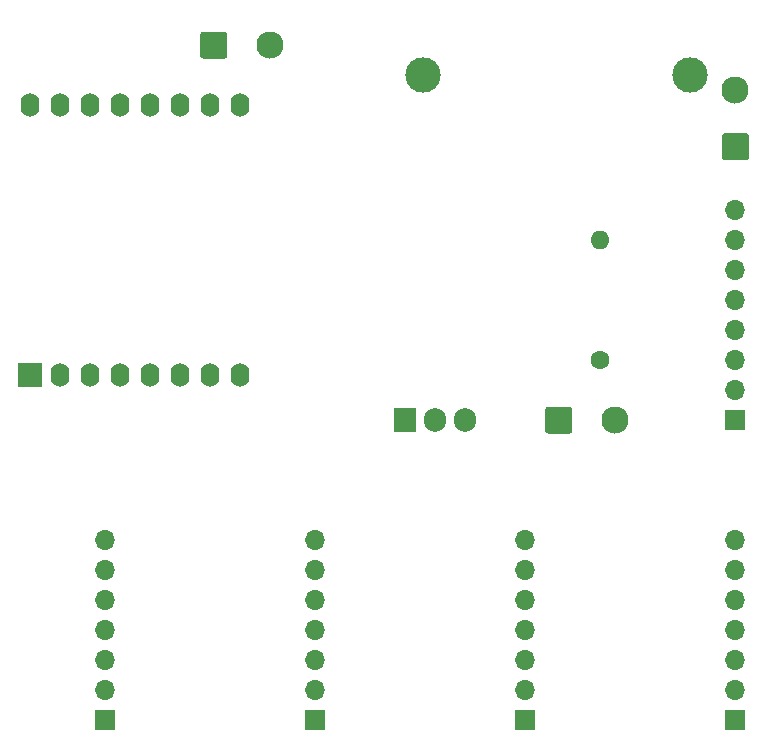
<source format=gbr>
%TF.GenerationSoftware,KiCad,Pcbnew,(5.1.10)-1*%
%TF.CreationDate,2021-07-27T21:20:26+02:00*%
%TF.ProjectId,LEDBeam,4c454442-6561-46d2-9e6b-696361645f70,rev?*%
%TF.SameCoordinates,Original*%
%TF.FileFunction,Soldermask,Bot*%
%TF.FilePolarity,Negative*%
%FSLAX46Y46*%
G04 Gerber Fmt 4.6, Leading zero omitted, Abs format (unit mm)*
G04 Created by KiCad (PCBNEW (5.1.10)-1) date 2021-07-27 21:20:26*
%MOMM*%
%LPD*%
G01*
G04 APERTURE LIST*
%ADD10O,1.600000X1.600000*%
%ADD11C,1.600000*%
%ADD12O,1.700000X1.700000*%
%ADD13R,1.700000X1.700000*%
%ADD14O,1.905000X2.000000*%
%ADD15R,1.905000X2.000000*%
%ADD16O,1.600000X2.000000*%
%ADD17R,2.000000X2.000000*%
%ADD18C,2.300000*%
%ADD19C,3.000000*%
G04 APERTURE END LIST*
D10*
%TO.C,R1*%
X59690000Y-63500000D03*
D11*
X59690000Y-73660000D03*
%TD*%
D12*
%TO.C,U6*%
X17780000Y-88900000D03*
X17780000Y-91440000D03*
X17780000Y-93980000D03*
X17780000Y-96520000D03*
X17780000Y-99060000D03*
X17780000Y-101600000D03*
D13*
X17780000Y-104140000D03*
%TD*%
D12*
%TO.C,U5*%
X35560000Y-88900000D03*
X35560000Y-91440000D03*
X35560000Y-93980000D03*
X35560000Y-96520000D03*
X35560000Y-99060000D03*
X35560000Y-101600000D03*
D13*
X35560000Y-104140000D03*
%TD*%
D14*
%TO.C,U4*%
X48260000Y-78740000D03*
X45720000Y-78740000D03*
D15*
X43180000Y-78740000D03*
%TD*%
D12*
%TO.C,U3*%
X53340000Y-88900000D03*
X53340000Y-91440000D03*
X53340000Y-93980000D03*
X53340000Y-96520000D03*
X53340000Y-99060000D03*
X53340000Y-101600000D03*
D13*
X53340000Y-104140000D03*
%TD*%
D12*
%TO.C,U2*%
X71120000Y-88900000D03*
X71120000Y-91440000D03*
X71120000Y-93980000D03*
X71120000Y-96520000D03*
X71120000Y-99060000D03*
X71120000Y-101600000D03*
D13*
X71120000Y-104140000D03*
%TD*%
D16*
%TO.C,U1*%
X11430000Y-52070000D03*
X13970000Y-52070000D03*
X16510000Y-52070000D03*
X19050000Y-52070000D03*
X21590000Y-52070000D03*
X24130000Y-52070000D03*
X26670000Y-52070000D03*
X29210000Y-52070000D03*
X29210000Y-74930000D03*
X26670000Y-74930000D03*
X24130000Y-74930000D03*
X21590000Y-74930000D03*
X19050000Y-74930000D03*
X16510000Y-74930000D03*
D17*
X11430000Y-74930000D03*
D16*
X13970000Y-74930000D03*
%TD*%
%TO.C,J3*%
G36*
G01*
X55010000Y-79640000D02*
X55010000Y-77840000D01*
G75*
G02*
X55260000Y-77590000I250000J0D01*
G01*
X57060000Y-77590000D01*
G75*
G02*
X57310000Y-77840000I0J-250000D01*
G01*
X57310000Y-79640000D01*
G75*
G02*
X57060000Y-79890000I-250000J0D01*
G01*
X55260000Y-79890000D01*
G75*
G02*
X55010000Y-79640000I0J250000D01*
G01*
G37*
D18*
X60960000Y-78740000D03*
%TD*%
%TO.C,J2*%
X71120000Y-50800000D03*
G36*
G01*
X72020000Y-56750000D02*
X70220000Y-56750000D01*
G75*
G02*
X69970000Y-56500000I0J250000D01*
G01*
X69970000Y-54700000D01*
G75*
G02*
X70220000Y-54450000I250000J0D01*
G01*
X72020000Y-54450000D01*
G75*
G02*
X72270000Y-54700000I0J-250000D01*
G01*
X72270000Y-56500000D01*
G75*
G02*
X72020000Y-56750000I-250000J0D01*
G01*
G37*
%TD*%
%TO.C,J1*%
X31750000Y-46990000D03*
G36*
G01*
X25800000Y-47890000D02*
X25800000Y-46090000D01*
G75*
G02*
X26050000Y-45840000I250000J0D01*
G01*
X27850000Y-45840000D01*
G75*
G02*
X28100000Y-46090000I0J-250000D01*
G01*
X28100000Y-47890000D01*
G75*
G02*
X27850000Y-48140000I-250000J0D01*
G01*
X26050000Y-48140000D01*
G75*
G02*
X25800000Y-47890000I0J250000D01*
G01*
G37*
%TD*%
D19*
%TO.C,F1*%
X44710000Y-49530000D03*
X67310000Y-49530000D03*
%TD*%
D12*
%TO.C,D1*%
X71120000Y-60960000D03*
X71120000Y-63500000D03*
X71120000Y-66040000D03*
X71120000Y-68580000D03*
X71120000Y-71120000D03*
X71120000Y-73660000D03*
X71120000Y-76200000D03*
D13*
X71120000Y-78740000D03*
%TD*%
M02*

</source>
